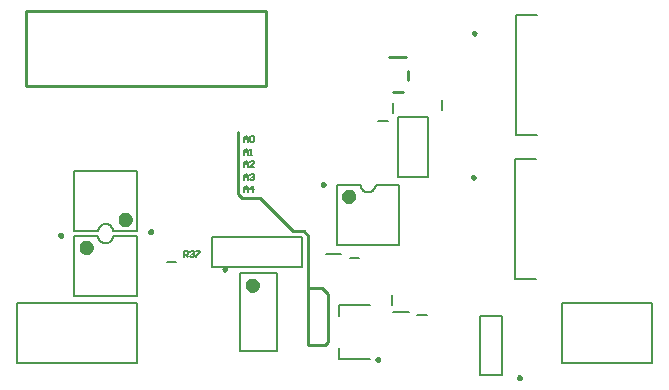
<source format=gto>
%FSDAX24Y24*%
%MOIN*%
%SFA1B1*%

%IPPOS*%
%ADD10C,0.009840*%
%ADD11C,0.007870*%
%ADD12C,0.023620*%
%ADD13C,0.010000*%
%ADD14C,0.005000*%
%LNpcb_dimmerbard-1*%
%LPD*%
G54D10*
X015499Y006903D02*
D01*
X015499Y006906*
X015498Y006910*
X015498Y006913*
X015497Y006917*
X015496Y006920*
X015494Y006923*
X015493Y006926*
X015491Y006929*
X015489Y006932*
X015487Y006935*
X015485Y006937*
X015482Y006940*
X015480Y006942*
X015477Y006944*
X015474Y006946*
X015471Y006947*
X015468Y006949*
X015465Y006950*
X015461Y006951*
X015458Y006951*
X015455Y006952*
X015451Y006952*
X015448*
X015444Y006952*
X015441Y006951*
X015438Y006951*
X015434Y006950*
X015431Y006949*
X015428Y006947*
X015425Y006946*
X015422Y006944*
X015419Y006942*
X015417Y006940*
X015414Y006937*
X015412Y006935*
X015410Y006932*
X015408Y006929*
X015406Y006926*
X015405Y006923*
X015403Y006920*
X015402Y006917*
X015401Y006913*
X015401Y006910*
X015400Y006906*
X015400Y006903*
X015400Y006900*
X015401Y006896*
X015401Y006893*
X015402Y006889*
X015403Y006886*
X015405Y006883*
X015406Y006880*
X015408Y006877*
X015410Y006874*
X015412Y006871*
X015414Y006869*
X015417Y006866*
X015419Y006864*
X015422Y006862*
X015425Y006860*
X015428Y006859*
X015431Y006857*
X015434Y006856*
X015438Y006855*
X015441Y006855*
X015444Y006854*
X015448Y006854*
X015451*
X015455Y006854*
X015458Y006855*
X015461Y006855*
X015465Y006856*
X015468Y006857*
X015471Y006859*
X015474Y006860*
X015477Y006862*
X015480Y006864*
X015482Y006866*
X015485Y006869*
X015487Y006871*
X015489Y006874*
X015491Y006877*
X015493Y006880*
X015494Y006883*
X015496Y006886*
X015497Y006889*
X015498Y006893*
X015498Y006896*
X015499Y006900*
X015499Y006903*
X017039Y000215D02*
D01*
X017038Y000218*
X017038Y000222*
X017037Y000225*
X017037Y000228*
X017036Y000232*
X017034Y000235*
X017033Y000238*
X017031Y000241*
X017029Y000244*
X017027Y000246*
X017025Y000249*
X017022Y000251*
X017020Y000254*
X017017Y000256*
X017014Y000257*
X017011Y000259*
X017008Y000260*
X017005Y000262*
X017001Y000263*
X016998Y000263*
X016994Y000264*
X016991Y000264*
X016988*
X016984Y000264*
X016981Y000263*
X016977Y000263*
X016974Y000262*
X016971Y000260*
X016968Y000259*
X016965Y000257*
X016962Y000256*
X016959Y000254*
X016956Y000251*
X016954Y000249*
X016952Y000246*
X016949Y000244*
X016948Y000241*
X016946Y000238*
X016944Y000235*
X016943Y000232*
X016942Y000228*
X016941Y000225*
X016941Y000222*
X016940Y000218*
X016940Y000215*
X016940Y000211*
X016941Y000208*
X016941Y000205*
X016942Y000201*
X016943Y000198*
X016944Y000195*
X016946Y000192*
X016948Y000189*
X016949Y000186*
X016952Y000183*
X016954Y000181*
X016956Y000178*
X016959Y000176*
X016962Y000174*
X016965Y000172*
X016968Y000171*
X016971Y000169*
X016974Y000168*
X016977Y000167*
X016981Y000166*
X016984Y000166*
X016988Y000166*
X016991*
X016994Y000166*
X016998Y000166*
X017001Y000167*
X017005Y000168*
X017008Y000169*
X017011Y000171*
X017014Y000172*
X017017Y000174*
X017020Y000176*
X017022Y000178*
X017025Y000181*
X017027Y000183*
X017029Y000186*
X017031Y000189*
X017033Y000192*
X017034Y000195*
X017036Y000198*
X017037Y000201*
X017037Y000205*
X017038Y000208*
X017038Y000211*
X017039Y000215*
X010499Y006661D02*
D01*
X010499Y006665*
X010498Y006668*
X010498Y006672*
X010497Y006675*
X010496Y006678*
X010494Y006681*
X010493Y006684*
X010491Y006687*
X010489Y006690*
X010487Y006693*
X010485Y006695*
X010482Y006698*
X010480Y006700*
X010477Y006702*
X010474Y006704*
X010471Y006706*
X010468Y006707*
X010465Y006708*
X010461Y006709*
X010458Y006710*
X010455Y006710*
X010451Y006710*
X010448*
X010444Y006710*
X010441Y006710*
X010438Y006709*
X010434Y006708*
X010431Y006707*
X010428Y006706*
X010425Y006704*
X010422Y006702*
X010419Y006700*
X010417Y006698*
X010414Y006695*
X010412Y006693*
X010410Y006690*
X010408Y006687*
X010406Y006684*
X010405Y006681*
X010403Y006678*
X010402Y006675*
X010401Y006672*
X010401Y006668*
X010400Y006665*
X010400Y006661*
X010400Y006658*
X010401Y006654*
X010401Y006651*
X010402Y006648*
X010403Y006644*
X010405Y006641*
X010406Y006638*
X010408Y006635*
X010410Y006632*
X010412Y006630*
X010414Y006627*
X010417Y006625*
X010419Y006623*
X010422Y006621*
X010425Y006619*
X010428Y006617*
X010431Y006616*
X010434Y006615*
X010438Y006614*
X010441Y006613*
X010444Y006612*
X010448Y006612*
X010451*
X010455Y006612*
X010458Y006613*
X010461Y006614*
X010465Y006615*
X010468Y006616*
X010471Y006617*
X010474Y006619*
X010477Y006621*
X010480Y006623*
X010482Y006625*
X010485Y006627*
X010487Y006630*
X010489Y006632*
X010491Y006635*
X010493Y006638*
X010494Y006641*
X010496Y006644*
X010497Y006648*
X010498Y006651*
X010498Y006654*
X010499Y006658*
X010499Y006661*
X012316Y000824D02*
D01*
X012316Y000828*
X012316Y000831*
X012315Y000835*
X012314Y000838*
X012313Y000841*
X012312Y000844*
X012311Y000847*
X012309Y000850*
X012307Y000853*
X012305Y000856*
X012303Y000858*
X012300Y000861*
X012297Y000863*
X012295Y000865*
X012292Y000867*
X012289Y000869*
X012286Y000870*
X012282Y000871*
X012279Y000872*
X012276Y000873*
X012272Y000873*
X012269Y000873*
X012265*
X012262Y000873*
X012259Y000873*
X012255Y000872*
X012252Y000871*
X012249Y000870*
X012246Y000869*
X012243Y000867*
X012240Y000865*
X012237Y000863*
X012234Y000861*
X012232Y000858*
X012230Y000856*
X012227Y000853*
X012225Y000850*
X012224Y000847*
X012222Y000844*
X012221Y000841*
X012220Y000838*
X012219Y000835*
X012218Y000831*
X012218Y000828*
X012218Y000824*
X012218Y000821*
X012218Y000817*
X012219Y000814*
X012220Y000811*
X012221Y000807*
X012222Y000804*
X012224Y000801*
X012225Y000798*
X012227Y000795*
X012230Y000793*
X012232Y000790*
X012234Y000788*
X012237Y000786*
X012240Y000784*
X012243Y000782*
X012246Y000780*
X012249Y000779*
X012252Y000778*
X012255Y000777*
X012259Y000776*
X012262Y000775*
X012265Y000775*
X012269*
X012272Y000775*
X012276Y000776*
X012279Y000777*
X012282Y000778*
X012286Y000779*
X012289Y000780*
X012292Y000782*
X012295Y000784*
X012297Y000786*
X012300Y000788*
X012303Y000790*
X012305Y000793*
X012307Y000795*
X012309Y000798*
X012311Y000801*
X012312Y000804*
X012313Y000807*
X012314Y000811*
X012315Y000814*
X012316Y000817*
X012316Y000821*
X012316Y000824*
X015531Y011703D02*
D01*
X015531Y011706*
X015531Y011710*
X015530Y011713*
X015529Y011717*
X015528Y011720*
X015527Y011723*
X015526Y011726*
X015524Y011729*
X015522Y011732*
X015520Y011735*
X015518Y011737*
X015515Y011740*
X015512Y011742*
X015510Y011744*
X015507Y011746*
X015504Y011747*
X015501Y011749*
X015497Y011750*
X015494Y011751*
X015491Y011751*
X015487Y011752*
X015484Y011752*
X015480*
X015477Y011752*
X015474Y011751*
X015470Y011751*
X015467Y011750*
X015464Y011749*
X015461Y011747*
X015458Y011746*
X015455Y011744*
X015452Y011742*
X015449Y011740*
X015447Y011737*
X015445Y011735*
X015442Y011732*
X015440Y011729*
X015439Y011726*
X015437Y011723*
X015436Y011720*
X015435Y011717*
X015434Y011713*
X015433Y011710*
X015433Y011706*
X015433Y011703*
X015433Y011700*
X015433Y011696*
X015434Y011693*
X015435Y011689*
X015436Y011686*
X015437Y011683*
X015439Y011680*
X015440Y011677*
X015442Y011674*
X015445Y011671*
X015447Y011669*
X015449Y011666*
X015452Y011664*
X015455Y011662*
X015458Y011660*
X015461Y011659*
X015464Y011657*
X015467Y011656*
X015470Y011655*
X015474Y011655*
X015477Y011654*
X015480Y011654*
X015484*
X015487Y011654*
X015491Y011655*
X015494Y011655*
X015497Y011656*
X015501Y011657*
X015504Y011659*
X015507Y011660*
X015510Y011662*
X015512Y011664*
X015515Y011666*
X015518Y011669*
X015520Y011671*
X015522Y011674*
X015524Y011677*
X015526Y011680*
X015527Y011683*
X015528Y011686*
X015529Y011689*
X015530Y011693*
X015531Y011696*
X015531Y011700*
X015531Y011703*
X004749Y005088D02*
D01*
X004749Y005091*
X004748Y005095*
X004748Y005098*
X004747Y005101*
X004746Y005105*
X004744Y005108*
X004743Y005111*
X004741Y005114*
X004739Y005117*
X004737Y005119*
X004735Y005122*
X004732Y005124*
X004730Y005126*
X004727Y005128*
X004724Y005130*
X004721Y005132*
X004718Y005133*
X004715Y005134*
X004711Y005135*
X004708Y005136*
X004705Y005137*
X004701Y005137*
X004698*
X004694Y005137*
X004691Y005136*
X004688Y005135*
X004684Y005134*
X004681Y005133*
X004678Y005132*
X004675Y005130*
X004672Y005128*
X004669Y005126*
X004667Y005124*
X004664Y005122*
X004662Y005119*
X004660Y005117*
X004658Y005114*
X004656Y005111*
X004655Y005108*
X004653Y005105*
X004652Y005101*
X004651Y005098*
X004651Y005095*
X004650Y005091*
X004650Y005088*
X004650Y005084*
X004651Y005081*
X004651Y005077*
X004652Y005074*
X004653Y005071*
X004655Y005068*
X004656Y005065*
X004658Y005062*
X004660Y005059*
X004662Y005056*
X004664Y005054*
X004667Y005051*
X004669Y005049*
X004672Y005047*
X004675Y005045*
X004678Y005043*
X004681Y005042*
X004684Y005041*
X004688Y005040*
X004691Y005039*
X004694Y005039*
X004698Y005039*
X004701*
X004705Y005039*
X004708Y005039*
X004711Y005040*
X004715Y005041*
X004718Y005042*
X004721Y005043*
X004724Y005045*
X004727Y005047*
X004730Y005049*
X004732Y005051*
X004735Y005054*
X004737Y005056*
X004739Y005059*
X004741Y005062*
X004743Y005065*
X004744Y005068*
X004746Y005071*
X004747Y005074*
X004748Y005077*
X004748Y005081*
X004749Y005084*
X004749Y005088*
X001749Y004961D02*
D01*
X001749Y004965*
X001748Y004968*
X001748Y004972*
X001747Y004975*
X001746Y004978*
X001744Y004981*
X001743Y004984*
X001741Y004987*
X001739Y004990*
X001737Y004993*
X001735Y004995*
X001732Y004998*
X001730Y005000*
X001727Y005002*
X001724Y005004*
X001721Y005006*
X001718Y005007*
X001715Y005008*
X001711Y005009*
X001708Y005010*
X001705Y005010*
X001701Y005010*
X001698*
X001694Y005010*
X001691Y005010*
X001688Y005009*
X001684Y005008*
X001681Y005007*
X001678Y005006*
X001675Y005004*
X001672Y005002*
X001669Y005000*
X001667Y004998*
X001664Y004995*
X001662Y004993*
X001660Y004990*
X001658Y004987*
X001656Y004984*
X001655Y004981*
X001653Y004978*
X001652Y004975*
X001651Y004972*
X001651Y004968*
X001650Y004965*
X001650Y004961*
X001650Y004958*
X001651Y004954*
X001651Y004951*
X001652Y004948*
X001653Y004944*
X001655Y004941*
X001656Y004938*
X001658Y004935*
X001660Y004932*
X001662Y004930*
X001664Y004927*
X001667Y004925*
X001669Y004923*
X001672Y004921*
X001675Y004919*
X001678Y004917*
X001681Y004916*
X001684Y004915*
X001688Y004914*
X001691Y004913*
X001694Y004912*
X001698Y004912*
X001701*
X001705Y004912*
X001708Y004913*
X001711Y004914*
X001715Y004915*
X001718Y004916*
X001721Y004917*
X001724Y004919*
X001727Y004921*
X001730Y004923*
X001732Y004925*
X001735Y004927*
X001737Y004930*
X001739Y004932*
X001741Y004935*
X001743Y004938*
X001744Y004941*
X001746Y004944*
X001747Y004948*
X001748Y004951*
X001748Y004954*
X001749Y004958*
X001749Y004961*
X007227Y003837D02*
D01*
X007227Y003840*
X007226Y003843*
X007226Y003847*
X007225Y003850*
X007224Y003853*
X007222Y003857*
X007221Y003860*
X007219Y003863*
X007217Y003865*
X007215Y003868*
X007213Y003871*
X007210Y003873*
X007208Y003875*
X007205Y003877*
X007202Y003879*
X007199Y003881*
X007196Y003882*
X007193Y003883*
X007189Y003884*
X007186Y003885*
X007183Y003885*
X007179Y003886*
X007176*
X007172Y003885*
X007169Y003885*
X007166Y003884*
X007162Y003883*
X007159Y003882*
X007156Y003881*
X007153Y003879*
X007150Y003877*
X007147Y003875*
X007145Y003873*
X007142Y003871*
X007140Y003868*
X007138Y003865*
X007136Y003863*
X007134Y003860*
X007133Y003857*
X007131Y003853*
X007130Y003850*
X007129Y003847*
X007129Y003843*
X007128Y003840*
X007128Y003837*
X007128Y003833*
X007129Y003830*
X007129Y003826*
X007130Y003823*
X007131Y003820*
X007133Y003816*
X007134Y003813*
X007136Y003810*
X007138Y003808*
X007140Y003805*
X007142Y003802*
X007145Y003800*
X007147Y003798*
X007150Y003796*
X007153Y003794*
X007156Y003792*
X007159Y003791*
X007162Y003790*
X007166Y003789*
X007169Y003788*
X007172Y003788*
X007176Y003787*
X007179*
X007183Y003788*
X007186Y003788*
X007189Y003789*
X007193Y003790*
X007196Y003791*
X007199Y003792*
X007202Y003794*
X007205Y003796*
X007208Y003798*
X007210Y003800*
X007213Y003802*
X007215Y003805*
X007217Y003808*
X007219Y003810*
X007221Y003813*
X007222Y003816*
X007224Y003820*
X007225Y003823*
X007226Y003826*
X007226Y003830*
X007227Y003833*
X007227Y003837*
G54D11*
X011700Y006653D02*
D01*
X011700Y006636*
X011702Y006619*
X011705Y006601*
X011709Y006584*
X011715Y006568*
X011721Y006552*
X011729Y006536*
X011737Y006521*
X011747Y006506*
X011758Y006493*
X011770Y006480*
X011782Y006468*
X011796Y006456*
X011810Y006446*
X011825Y006437*
X011840Y006429*
X011856Y006422*
X011872Y006416*
X011889Y006411*
X011906Y006407*
X011923Y006405*
X011941Y006404*
X011958*
X011976Y006405*
X011993Y006407*
X012010Y006411*
X012027Y006416*
X012043Y006422*
X012059Y006429*
X012075Y006437*
X012089Y006446*
X012103Y006456*
X012117Y006468*
X012129Y006480*
X012141Y006493*
X012152Y006506*
X012162Y006521*
X012170Y006536*
X012178Y006552*
X012184Y006568*
X012190Y006584*
X012194Y006601*
X012197Y006619*
X012199Y006636*
X012200Y006653*
X003450Y005096D02*
D01*
X003449Y005113*
X003447Y005130*
X003444Y005148*
X003440Y005165*
X003434Y005181*
X003428Y005197*
X003420Y005213*
X003412Y005228*
X003402Y005243*
X003391Y005256*
X003379Y005269*
X003367Y005281*
X003353Y005293*
X003339Y005303*
X003325Y005312*
X003309Y005320*
X003293Y005327*
X003277Y005333*
X003260Y005338*
X003243Y005342*
X003226Y005344*
X003208Y005345*
X003191*
X003173Y005344*
X003156Y005342*
X003139Y005338*
X003122Y005333*
X003106Y005327*
X003090Y005320*
X003074Y005312*
X003060Y005303*
X003046Y005293*
X003032Y005281*
X003020Y005269*
X003008Y005256*
X002997Y005243*
X002987Y005228*
X002979Y005213*
X002971Y005197*
X002965Y005181*
X002959Y005165*
X002955Y005148*
X002952Y005130*
X002950Y005113*
X002950Y005096*
Y004953D02*
D01*
X002950Y004936*
X002952Y004919*
X002955Y004901*
X002959Y004884*
X002965Y004868*
X002971Y004852*
X002979Y004836*
X002987Y004821*
X002997Y004806*
X003008Y004793*
X003020Y004780*
X003032Y004768*
X003046Y004756*
X003060Y004746*
X003075Y004737*
X003090Y004729*
X003106Y004722*
X003122Y004716*
X003139Y004711*
X003156Y004707*
X003173Y004705*
X003191Y004704*
X003208*
X003226Y004705*
X003243Y004707*
X003260Y004711*
X003277Y004716*
X003293Y004722*
X003309Y004729*
X003325Y004737*
X003339Y004746*
X003353Y004756*
X003367Y004768*
X003379Y004780*
X003391Y004793*
X003402Y004806*
X003412Y004821*
X003420Y004836*
X003428Y004852*
X003434Y004868*
X003440Y004884*
X003444Y004901*
X003447Y004919*
X003449Y004936*
X003450Y004953*
X016847Y003492D02*
X017556D01*
X016847D02*
Y007507D01*
X017556*
X015690Y002284D02*
X016399D01*
X015690Y000315D02*
X016399D01*
X015690D02*
Y002284D01*
X016399Y000315D02*
Y002284D01*
X012730Y002642D02*
Y002957D01*
X010906Y004646D02*
Y006653D01*
X012993Y004646D02*
Y006653D01*
X010906D02*
X011700D01*
X012200D02*
X012993D01*
X010906Y004646D02*
X012993D01*
X004250Y000700D02*
Y002700D01*
X000250Y000700D02*
Y002700D01*
X004250*
X000250Y000700D02*
X004250D01*
X005242Y004069D02*
X005557D01*
X010988Y000844D02*
X012011D01*
X010988D02*
Y001218D01*
Y002655D02*
X012011D01*
X010988Y002281D02*
Y002655D01*
X016880Y012307D02*
X017589D01*
X016880Y008292D02*
Y012307D01*
Y008292D02*
X017589D01*
X021400Y000700D02*
Y002700D01*
X018400Y000700D02*
Y002700D01*
X021400*
X018400Y000700D02*
X021400D01*
X019483D02*
X021400D01*
X002156Y007103D02*
X004243D01*
X002156Y005096D02*
X002950D01*
X003450D02*
X004243D01*
X002156D02*
Y007103D01*
X004243Y005096D02*
Y007103D01*
X002156Y002946D02*
X004243D01*
X003450Y004953D02*
X004243D01*
X002156D02*
X002950D01*
X004243Y002946D02*
Y004953D01*
X002156Y002946D02*
Y004953D01*
X007689Y001100D02*
X008910D01*
X007689Y003699D02*
X008910D01*
Y001100D02*
Y003699D01*
X007689Y001100D02*
Y003699D01*
X014419Y009142D02*
Y009457D01*
X006750Y004900D02*
X009750D01*
X006750Y003900D02*
Y004900D01*
Y003900D02*
X009750D01*
Y004900*
X013592Y002319D02*
X013907D01*
X012794Y002398D02*
X013305D01*
X012950Y006900D02*
X013950D01*
X012950D02*
Y008900D01*
X013950*
Y006900D02*
Y008900D01*
X012769Y009042D02*
Y009357D01*
X012292Y008784D02*
X012607D01*
X011342Y004219D02*
X011657D01*
X010544Y004348D02*
X011055D01*
G54D12*
X011418Y006260D02*
D01*
X011418Y006268*
X011417Y006276*
X011415Y006284*
X011413Y006292*
X011411Y006300*
X011408Y006308*
X011404Y006315*
X011400Y006322*
X011395Y006329*
X011390Y006336*
X011385Y006342*
X011379Y006347*
X011373Y006353*
X011366Y006358*
X011359Y006362*
X011352Y006366*
X011344Y006369*
X011336Y006372*
X011328Y006374*
X011320Y006376*
X011312Y006377*
X011304Y006378*
X011296*
X011288Y006377*
X011279Y006376*
X011271Y006374*
X011263Y006372*
X011256Y006369*
X011248Y006366*
X011241Y006362*
X011234Y006358*
X011227Y006353*
X011221Y006347*
X011215Y006342*
X011209Y006336*
X011204Y006329*
X011200Y006322*
X011196Y006315*
X011192Y006308*
X011189Y006300*
X011186Y006292*
X011184Y006284*
X011183Y006276*
X011182Y006268*
X011182Y006260*
X011182Y006251*
X011183Y006243*
X011184Y006235*
X011186Y006227*
X011189Y006219*
X011192Y006212*
X011196Y006204*
X011200Y006197*
X011204Y006190*
X011209Y006184*
X011215Y006178*
X011221Y006172*
X011227Y006167*
X011234Y006162*
X011241Y006157*
X011248Y006154*
X011256Y006150*
X011263Y006147*
X011271Y006145*
X011279Y006143*
X011288Y006142*
X011296Y006142*
X011304*
X011312Y006142*
X011320Y006143*
X011328Y006145*
X011336Y006147*
X011344Y006150*
X011352Y006154*
X011359Y006157*
X011366Y006162*
X011373Y006167*
X011379Y006172*
X011385Y006178*
X011390Y006184*
X011395Y006190*
X011400Y006197*
X011404Y006204*
X011408Y006212*
X011411Y006219*
X011413Y006227*
X011415Y006235*
X011417Y006243*
X011418Y006251*
X011418Y006260*
X003967Y005489D02*
D01*
X003967Y005498*
X003966Y005506*
X003965Y005514*
X003963Y005522*
X003960Y005530*
X003957Y005537*
X003953Y005545*
X003949Y005552*
X003945Y005559*
X003940Y005565*
X003934Y005571*
X003928Y005577*
X003922Y005582*
X003915Y005587*
X003908Y005592*
X003901Y005595*
X003893Y005599*
X003886Y005602*
X003878Y005604*
X003870Y005606*
X003861Y005607*
X003853Y005607*
X003845*
X003837Y005607*
X003829Y005606*
X003821Y005604*
X003813Y005602*
X003805Y005599*
X003797Y005595*
X003790Y005592*
X003783Y005587*
X003776Y005582*
X003770Y005577*
X003764Y005571*
X003759Y005565*
X003754Y005559*
X003749Y005552*
X003745Y005545*
X003741Y005537*
X003738Y005530*
X003736Y005522*
X003734Y005514*
X003732Y005506*
X003731Y005498*
X003731Y005489*
X003731Y005481*
X003732Y005473*
X003734Y005465*
X003736Y005457*
X003738Y005449*
X003741Y005441*
X003745Y005434*
X003749Y005427*
X003754Y005420*
X003759Y005413*
X003764Y005407*
X003770Y005402*
X003776Y005396*
X003783Y005391*
X003790Y005387*
X003797Y005383*
X003805Y005380*
X003813Y005377*
X003821Y005375*
X003829Y005373*
X003837Y005372*
X003845Y005371*
X003853*
X003861Y005372*
X003870Y005373*
X003878Y005375*
X003886Y005377*
X003893Y005380*
X003901Y005383*
X003908Y005387*
X003915Y005391*
X003922Y005396*
X003928Y005402*
X003934Y005407*
X003940Y005413*
X003945Y005420*
X003949Y005427*
X003953Y005434*
X003957Y005441*
X003960Y005449*
X003963Y005457*
X003965Y005465*
X003966Y005473*
X003967Y005481*
X003967Y005489*
X002668Y004560D02*
D01*
X002668Y004568*
X002667Y004576*
X002665Y004584*
X002663Y004592*
X002661Y004600*
X002658Y004608*
X002654Y004615*
X002650Y004622*
X002645Y004629*
X002640Y004636*
X002635Y004642*
X002629Y004647*
X002623Y004653*
X002616Y004658*
X002609Y004662*
X002602Y004666*
X002594Y004669*
X002586Y004672*
X002578Y004674*
X002570Y004676*
X002562Y004677*
X002554Y004678*
X002546*
X002538Y004677*
X002529Y004676*
X002521Y004674*
X002513Y004672*
X002506Y004669*
X002498Y004666*
X002491Y004662*
X002484Y004658*
X002477Y004653*
X002471Y004647*
X002465Y004642*
X002459Y004636*
X002454Y004629*
X002450Y004622*
X002446Y004615*
X002442Y004608*
X002439Y004600*
X002436Y004592*
X002434Y004584*
X002433Y004576*
X002432Y004568*
X002432Y004560*
X002432Y004551*
X002433Y004543*
X002434Y004535*
X002436Y004527*
X002439Y004519*
X002442Y004512*
X002446Y004504*
X002450Y004497*
X002454Y004490*
X002459Y004484*
X002465Y004478*
X002471Y004472*
X002477Y004467*
X002484Y004462*
X002491Y004457*
X002498Y004454*
X002506Y004450*
X002513Y004447*
X002521Y004445*
X002529Y004443*
X002538Y004442*
X002546Y004442*
X002554*
X002562Y004442*
X002570Y004443*
X002578Y004445*
X002586Y004447*
X002594Y004450*
X002602Y004454*
X002609Y004457*
X002616Y004462*
X002623Y004467*
X002629Y004472*
X002635Y004478*
X002640Y004484*
X002645Y004490*
X002650Y004497*
X002654Y004504*
X002658Y004512*
X002661Y004519*
X002663Y004527*
X002665Y004535*
X002667Y004543*
X002668Y004551*
X002668Y004560*
X008201Y003305D02*
D01*
X008201Y003313*
X008200Y003321*
X008199Y003330*
X008197Y003338*
X008194Y003345*
X008191Y003353*
X008187Y003360*
X008183Y003368*
X008179Y003374*
X008173Y003381*
X008168Y003387*
X008162Y003393*
X008156Y003398*
X008149Y003403*
X008142Y003407*
X008135Y003411*
X008127Y003415*
X008119Y003417*
X008112Y003420*
X008104Y003421*
X008095Y003422*
X008087Y003423*
X008079*
X008071Y003422*
X008062Y003421*
X008054Y003420*
X008047Y003417*
X008039Y003415*
X008031Y003411*
X008024Y003407*
X008017Y003403*
X008010Y003398*
X008004Y003393*
X007998Y003387*
X007993Y003381*
X007987Y003374*
X007983Y003368*
X007979Y003360*
X007975Y003353*
X007972Y003345*
X007969Y003338*
X007967Y003330*
X007966Y003321*
X007965Y003313*
X007965Y003305*
X007965Y003297*
X007966Y003289*
X007967Y003280*
X007969Y003272*
X007972Y003265*
X007975Y003257*
X007979Y003250*
X007983Y003242*
X007987Y003236*
X007993Y003229*
X007998Y003223*
X008004Y003217*
X008010Y003212*
X008017Y003207*
X008024Y003203*
X008031Y003199*
X008039Y003195*
X008047Y003193*
X008054Y003190*
X008062Y003189*
X008071Y003188*
X008079Y003187*
X008087*
X008095Y003188*
X008104Y003189*
X008112Y003190*
X008119Y003193*
X008127Y003195*
X008135Y003199*
X008142Y003203*
X008149Y003207*
X008156Y003212*
X008162Y003217*
X008168Y003223*
X008173Y003229*
X008179Y003236*
X008183Y003242*
X008187Y003250*
X008191Y003257*
X008194Y003265*
X008197Y003272*
X008199Y003280*
X008200Y003289*
X008201Y003297*
X008201Y003305*
G54D13*
X010000Y003200D02*
X010400D01*
X007600Y006350D02*
Y008400D01*
X010400Y003200D02*
X010600Y003000D01*
Y001400D02*
Y003000D01*
X010500Y001300D02*
X010600Y001400D01*
X009950Y001300D02*
X010500D01*
X009950D02*
Y004950D01*
X009800Y005100D02*
X009950Y004950D01*
X009450Y005100D02*
X009800D01*
X008350Y006200D02*
X009450Y005100D01*
X007750Y006200D02*
X008350D01*
X007600Y006350D02*
X007750Y006200D01*
X000550Y012450D02*
X008550D01*
Y009950D02*
Y012450D01*
X000550Y009950D02*
X008550D01*
X000550D02*
Y012450D01*
X013283Y010150D02*
Y010449D01*
X012766Y009750D02*
X013099D01*
X012658Y010900D02*
X013208Y010899D01*
G54D14*
X007800Y006817D02*
Y006951D01*
X007866Y007017*
X007933Y006951*
Y006817*
Y006917*
X007800*
X007999Y006984D02*
X008033Y007017D01*
X008099*
X008133Y006984*
Y006951*
X008099Y006917*
X008066*
X008099*
X008133Y006884*
Y006851*
X008099Y006817*
X008033*
X007999Y006851*
X007800Y006400D02*
Y006533D01*
X007866Y006599*
X007933Y006533*
Y006400*
Y006500*
X007800*
X008099Y006400D02*
Y006599D01*
X007999Y006500*
X008133*
X007800Y007235D02*
Y007369D01*
X007866Y007435*
X007933Y007369*
Y007235*
Y007335*
X007800*
X008133Y007235D02*
X007999D01*
X008133Y007369*
Y007402*
X008099Y007435*
X008033*
X007999Y007402*
X007800Y007653D02*
Y007787D01*
X007866Y007853*
X007933Y007787*
Y007653*
Y007753*
X007800*
X007999Y007653D02*
X008066D01*
X008033*
Y007853*
X007999Y007820*
X007800Y008071D02*
Y008205D01*
X007866Y008271*
X007933Y008205*
Y008071*
Y008171*
X007800*
X007999Y008238D02*
X008033Y008271D01*
X008099*
X008133Y008238*
Y008105*
X008099Y008071*
X008033*
X007999Y008105*
Y008238*
X005810Y004240D02*
Y004439D01*
X005910*
X005943Y004406*
Y004340*
X005910Y004306*
X005810*
X005876D02*
X005943Y004240D01*
X006009Y004406D02*
X006043Y004439D01*
X006109*
X006143Y004406*
Y004373*
X006109Y004340*
X006076*
X006109*
X006143Y004306*
Y004273*
X006109Y004240*
X006043*
X006009Y004273*
X006209Y004439D02*
X006343D01*
Y004406*
X006209Y004273*
Y004240*
M02*
</source>
